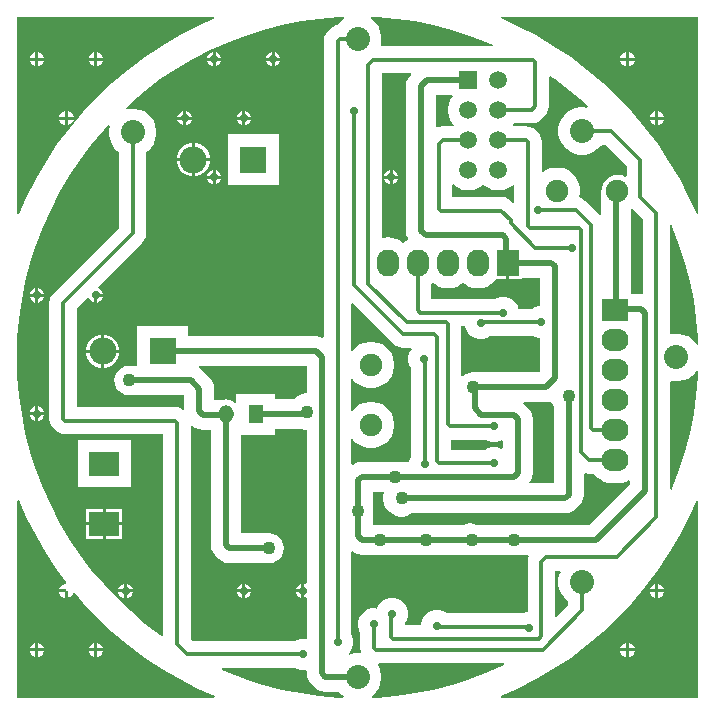
<source format=gbl>
G04*
G04 #@! TF.GenerationSoftware,Altium Limited,Altium Designer,21.0.9 (235)*
G04*
G04 Layer_Physical_Order=2*
G04 Layer_Color=16711680*
%FSTAX24Y24*%
%MOIN*%
G70*
G04*
G04 #@! TF.SameCoordinates,013E48BC-1F52-4242-9F7F-A7329D5E5ACC*
G04*
G04*
G04 #@! TF.FilePolarity,Positive*
G04*
G01*
G75*
%ADD15C,0.0118*%
%ADD53C,0.0197*%
%ADD54R,0.0591X0.0591*%
%ADD55C,0.0591*%
%ADD56C,0.0900*%
%ADD57R,0.0900X0.0900*%
%ADD58R,0.0984X0.0787*%
%ADD59O,0.0900X0.0750*%
%ADD60R,0.0900X0.0750*%
%ADD61R,0.0512X0.0591*%
%ADD62O,0.0512X0.0591*%
%ADD63C,0.0800*%
%ADD64O,0.0750X0.0900*%
%ADD65R,0.0750X0.0900*%
%ADD66C,0.0750*%
%ADD67C,0.0276*%
%ADD68C,0.0433*%
G36*
X038887Y04274D02*
X039522Y042686D01*
X040152Y042597D01*
X040777Y042473D01*
X041394Y042314D01*
X042001Y04212D01*
X042596Y041893D01*
X04275Y041824D01*
X04274Y041776D01*
X039053D01*
X039017Y041826D01*
X039042Y041949D01*
Y042106D01*
X039011Y042259D01*
X038951Y042404D01*
X038865Y042534D01*
X038754Y042644D01*
X038677Y042696D01*
X038692Y042745D01*
X038887Y04274D01*
D02*
G37*
G36*
X044822Y040663D02*
X045331Y04028D01*
X045818Y039869D01*
X045923Y03977D01*
X045899Y039723D01*
X045809Y039741D01*
X045653D01*
X045499Y039711D01*
X045355Y039651D01*
X045225Y039564D01*
X045114Y039454D01*
X045027Y039324D01*
X044968Y039179D01*
X044937Y039026D01*
Y038869D01*
X044968Y038716D01*
X045027Y038572D01*
X045114Y038442D01*
X045225Y038331D01*
X045355Y038244D01*
X045499Y038184D01*
X045653Y038154D01*
X045809D01*
X045962Y038184D01*
X046107Y038244D01*
X046237Y038331D01*
X046347Y038442D01*
X04638Y038491D01*
X046503D01*
X047221Y037773D01*
Y037435D01*
X047176Y037413D01*
X047169Y037418D01*
X04705Y037468D01*
X046921Y037485D01*
X046793Y037468D01*
X046673Y037418D01*
X04657Y037339D01*
X046509Y037278D01*
X04643Y037175D01*
X046381Y037056D01*
X046364Y036927D01*
Y036164D01*
X046314Y036143D01*
X045835Y036622D01*
X04574Y036695D01*
X045631Y03674D01*
X045659Y036882D01*
Y037033D01*
X04563Y037182D01*
X045572Y037322D01*
X045488Y037448D01*
X045381Y037555D01*
X045255Y037639D01*
X045115Y037697D01*
X044966Y037726D01*
X044815D01*
X044667Y037697D01*
X044527Y037639D01*
X044434Y037577D01*
X044384Y037604D01*
Y038582D01*
X044384Y038582D01*
X044368Y038701D01*
X044323Y038811D01*
X04425Y038905D01*
X04425Y038905D01*
X044181Y038974D01*
X044086Y039047D01*
X043976Y039093D01*
X043858Y039108D01*
X043858Y039108D01*
X043461D01*
X043417Y039152D01*
X043461Y039195D01*
X044051D01*
X044051Y039195D01*
X044169Y03921D01*
X04428Y039256D01*
X044374Y039329D01*
X044486Y039441D01*
X044486Y039441D01*
X044559Y039535D01*
X044604Y039646D01*
X04462Y039764D01*
X04462Y039764D01*
Y040745D01*
X044664Y040769D01*
X044822Y040663D01*
D02*
G37*
G36*
X041426Y040109D02*
X041408Y040091D01*
X041332Y039978D01*
X04128Y039853D01*
X041254Y039719D01*
Y039584D01*
X04128Y039451D01*
X041332Y039325D01*
X041408Y039212D01*
X041469Y039152D01*
X041425Y039108D01*
X041093D01*
X041093Y039108D01*
X040975Y039093D01*
X040901Y039062D01*
X040851Y039095D01*
Y040155D01*
X041407D01*
X041426Y040109D01*
D02*
G37*
G36*
X042504Y037116D02*
X042617Y037041D01*
X042742Y036989D01*
X042875Y036963D01*
X043011D01*
X043144Y036989D01*
X043269Y037041D01*
X043382Y037116D01*
X043424Y037159D01*
X043471Y037139D01*
Y036562D01*
X043424Y036542D01*
X043354Y036612D01*
X04326Y036685D01*
X04315Y03673D01*
X043032Y036746D01*
X043031Y036746D01*
X041402D01*
Y037148D01*
X041452Y037169D01*
X041504Y037116D01*
X041617Y037041D01*
X041742Y036989D01*
X041875Y036963D01*
X042011D01*
X042144Y036989D01*
X042269Y037041D01*
X042382Y037116D01*
X042443Y037177D01*
X042504Y037116D01*
D02*
G37*
G36*
X049604Y036174D02*
X049554Y036163D01*
X049304Y036723D01*
X048988Y037335D01*
X048638Y037927D01*
X048256Y038499D01*
X047842Y039049D01*
X047398Y039575D01*
X046925Y040075D01*
X046425Y040548D01*
X045899Y040992D01*
X045349Y041406D01*
X044777Y041788D01*
X044185Y042138D01*
X043573Y042454D01*
X043013Y042704D01*
X043024Y042754D01*
X049604D01*
Y036174D01*
D02*
G37*
G36*
X033487Y042704D02*
X032927Y042454D01*
X032315Y042138D01*
X031723Y041788D01*
X031151Y041406D01*
X030601Y040992D01*
X030075Y040548D01*
X029575Y040075D01*
X029102Y039575D01*
X028658Y039049D01*
X028244Y038499D01*
X027862Y037927D01*
X027512Y037335D01*
X027196Y036723D01*
X026946Y036163D01*
X026896Y036174D01*
Y042754D01*
X033477D01*
X033487Y042704D01*
D02*
G37*
G36*
X040035Y040816D02*
X040003Y040784D01*
X039924Y040681D01*
X039875Y040562D01*
X039858Y040433D01*
Y03562D01*
X039875Y035492D01*
X039924Y035372D01*
X039928Y035368D01*
X039917Y035319D01*
X039821Y035267D01*
X03975Y035209D01*
X039679Y035267D01*
X039546Y035339D01*
X039401Y035383D01*
X03925Y035397D01*
X039109Y035384D01*
X039074Y035402D01*
X039059Y035412D01*
Y040862D01*
X040016D01*
X040035Y040816D01*
D02*
G37*
G36*
X0433Y034D02*
X043725D01*
Y034054D01*
X044326D01*
Y03312D01*
X044297D01*
X044162Y033084D01*
X044061Y033026D01*
X043605D01*
X043586Y033099D01*
X043516Y03322D01*
X043417Y033319D01*
X043296Y033389D01*
X043161Y033425D01*
X043021D01*
X042885Y033389D01*
X042819Y03335D01*
X040707D01*
Y033855D01*
X04075Y033891D01*
X040821Y033833D01*
X040954Y033761D01*
X041099Y033717D01*
X04125Y033703D01*
X041401Y033717D01*
X041546Y033761D01*
X041679Y033833D01*
X04175Y033891D01*
X041821Y033833D01*
X041954Y033761D01*
X042099Y033717D01*
X04225Y033703D01*
X042401Y033717D01*
X042546Y033761D01*
X042679Y033833D01*
X042796Y033929D01*
X042855Y034D01*
X0432D01*
Y03455D01*
X0433D01*
Y034D01*
D02*
G37*
G36*
X047752Y036021D02*
Y033531D01*
X047714Y033498D01*
X047709Y033498D01*
X047357D01*
Y036352D01*
X047403Y036371D01*
X047752Y036021D01*
D02*
G37*
G36*
X037819Y042696D02*
X037742Y042644D01*
X037632Y042534D01*
X037594Y042477D01*
X03753Y042469D01*
X03742Y042423D01*
X037325Y04235D01*
X037325Y04235D01*
X037256Y042281D01*
X037183Y042187D01*
X037138Y042077D01*
X037122Y041958D01*
X037122Y041958D01*
Y03208D01*
X037072Y032047D01*
X036993Y032079D01*
X036865Y032096D01*
X032594D01*
Y032444D01*
X030906D01*
Y031126D01*
X03064D01*
X030511Y031109D01*
X030392Y03106D01*
X030289Y030981D01*
X03021Y030878D01*
X03016Y030758D01*
X030143Y03063D01*
X03016Y030501D01*
X03021Y030382D01*
X030289Y030279D01*
X030392Y0302D01*
X030511Y03015D01*
X03064Y030134D01*
X032476D01*
Y029672D01*
X032431Y02965D01*
X032384Y029687D01*
X032273Y029732D01*
X032155Y029748D01*
X032155Y029748D01*
X028892D01*
Y033029D01*
X029249Y033386D01*
X029308Y033374D01*
X029326Y03333D01*
X029393Y033263D01*
X029478Y033228D01*
Y033465D01*
X029528D01*
Y033515D01*
X029764D01*
X029729Y033599D01*
X029662Y033666D01*
X029618Y033685D01*
X029606Y033744D01*
X031071Y035209D01*
X031071Y035209D01*
X031144Y035303D01*
X031189Y035413D01*
X031205Y035531D01*
X031205Y035531D01*
Y038248D01*
X031254Y038281D01*
X031365Y038392D01*
X031451Y038522D01*
X031511Y038666D01*
X031542Y038819D01*
Y038976D01*
X031511Y039129D01*
X031451Y039274D01*
X031365Y039404D01*
X031254Y039514D01*
X031124Y039601D01*
X03098Y039661D01*
X030826Y039691D01*
X03067D01*
X030539Y039665D01*
X030516Y039712D01*
X030682Y039869D01*
X031169Y04028D01*
X031678Y040663D01*
X032207Y041017D01*
X032756Y041341D01*
X033322Y041633D01*
X033904Y041893D01*
X034499Y04212D01*
X035106Y042314D01*
X035723Y042473D01*
X036348Y042597D01*
X036978Y042686D01*
X037613Y04274D01*
X037803Y042745D01*
X037819Y042696D01*
D02*
G37*
G36*
X048743Y035746D02*
X04897Y035151D01*
X049164Y034544D01*
X049323Y033927D01*
X049447Y033302D01*
X049536Y032672D01*
X04959Y032037D01*
X049595Y031843D01*
X049546Y031827D01*
X049494Y031904D01*
X049384Y032014D01*
X049254Y032101D01*
X049109Y032161D01*
X048956Y032191D01*
X0488D01*
X048704Y032172D01*
X048665Y032204D01*
Y035801D01*
X048714Y035811D01*
X048743Y035746D01*
D02*
G37*
G36*
X041867Y032344D02*
X041937Y032223D01*
X042036Y032124D01*
X042157Y032054D01*
X042292Y032018D01*
X042432D01*
X042567Y032054D01*
X042668Y032112D01*
X044129D01*
X044162Y032093D01*
X044297Y032057D01*
X044326D01*
Y030904D01*
X044326Y030904D01*
X0421D01*
X041971Y030887D01*
X041852Y030837D01*
X041757Y030764D01*
X041707Y030778D01*
Y032437D01*
X041842D01*
X041867Y032344D01*
D02*
G37*
G36*
X049595Y030952D02*
X04959Y030763D01*
X049536Y030128D01*
X049447Y029498D01*
X049323Y028873D01*
X049164Y028256D01*
X04897Y027649D01*
X048743Y027054D01*
X048714Y026989D01*
X048665Y026999D01*
Y030591D01*
X048704Y030623D01*
X0488Y030604D01*
X048956D01*
X049109Y030634D01*
X049254Y030694D01*
X049384Y030781D01*
X049494Y030892D01*
X049546Y030968D01*
X049595Y030952D01*
D02*
G37*
G36*
X039441Y031852D02*
X039441Y031852D01*
X039535Y03178D01*
X039646Y031734D01*
X039764Y031719D01*
X039764Y031719D01*
X040035D01*
X040054Y031672D01*
X040047Y031665D01*
X039977Y031544D01*
X039941Y031409D01*
Y031269D01*
X039977Y031134D01*
X04003Y031041D01*
Y028091D01*
X040007Y02805D01*
X039971Y027918D01*
X038383D01*
X038255Y027901D01*
X038135Y027851D01*
X03808Y027809D01*
X038035Y027831D01*
Y028675D01*
X038083Y028689D01*
X038103Y02866D01*
X03821Y028553D01*
X038336Y028469D01*
X038476Y028411D01*
X038624Y028381D01*
X038776D01*
X038924Y028411D01*
X039064Y028469D01*
X03919Y028553D01*
X039297Y02866D01*
X039381Y028786D01*
X039439Y028926D01*
X039469Y029074D01*
Y029226D01*
X039439Y029374D01*
X039381Y029514D01*
X039297Y02964D01*
X03919Y029747D01*
X039064Y029831D01*
X038924Y029889D01*
X038776Y029919D01*
X038624D01*
X038476Y029889D01*
X038336Y029831D01*
X03821Y029747D01*
X038103Y02964D01*
X038083Y029611D01*
X038035Y029625D01*
Y030675D01*
X038083Y030689D01*
X038103Y03066D01*
X03821Y030553D01*
X038336Y030469D01*
X038476Y030411D01*
X038624Y030381D01*
X038776D01*
X038924Y030411D01*
X039064Y030469D01*
X03919Y030553D01*
X039297Y03066D01*
X039381Y030786D01*
X039439Y030926D01*
X039469Y031074D01*
Y031226D01*
X039439Y031374D01*
X039381Y031514D01*
X039297Y03164D01*
X03919Y031747D01*
X039064Y031831D01*
X038924Y031889D01*
X038776Y031919D01*
X038624D01*
X038476Y031889D01*
X038336Y031831D01*
X03821Y031747D01*
X038103Y03164D01*
X038083Y031611D01*
X038035Y031625D01*
Y033192D01*
X038082Y033212D01*
X039441Y031852D01*
D02*
G37*
G36*
X036561Y030197D02*
X036505D01*
X036387Y030173D01*
X036276Y030127D01*
X036176Y030061D01*
X03612Y030005D01*
X0355D01*
Y030189D01*
X0342D01*
Y029908D01*
X034156Y029886D01*
X034098Y02993D01*
X033978Y029979D01*
X03385Y029996D01*
X03376Y029985D01*
X033469D01*
Y030354D01*
X033452Y030483D01*
X033402Y030603D01*
X033323Y030705D01*
X033048Y030981D01*
X032953Y031054D01*
X03296Y031104D01*
X036561D01*
Y030197D01*
D02*
G37*
G36*
X04259Y028613D02*
X042725Y028577D01*
X042865D01*
X043Y028613D01*
X043043Y028638D01*
X043086Y028613D01*
Y028368D01*
X043043Y028343D01*
X042998Y028369D01*
X042862Y028406D01*
X042723D01*
X042587Y028369D01*
X042503Y028321D01*
X041352D01*
Y028652D01*
X042523D01*
X04259Y028613D01*
D02*
G37*
G36*
X044699Y02992D02*
X044745Y029809D01*
X044789Y029743D01*
Y027199D01*
X044001D01*
X043978Y027244D01*
X044013Y027288D01*
X044062Y027408D01*
X044079Y027537D01*
Y02936D01*
X044062Y029488D01*
X044013Y029608D01*
X043934Y029711D01*
X043818Y029826D01*
X043773Y029861D01*
X04379Y029911D01*
X044531D01*
X04466Y029928D01*
X044674Y029934D01*
X044699Y02992D01*
D02*
G37*
G36*
X045854Y027533D02*
X045972Y027518D01*
X045972Y027518D01*
X046136D01*
X04621Y027428D01*
X046327Y027332D01*
X04646Y027261D01*
X046605Y027217D01*
X046756Y027202D01*
X046906D01*
X047056Y027217D01*
X047201Y027261D01*
X047286Y027306D01*
X047328Y02728D01*
Y027154D01*
X045976Y025801D01*
X043485D01*
X043461Y025805D01*
X04224D01*
X042126Y025852D01*
X041998Y025869D01*
X04187Y025852D01*
X041756Y025805D01*
X040557D01*
X040524Y025809D01*
X039062D01*
X039006Y025816D01*
X038764D01*
Y026925D01*
X039101D01*
X039121Y026895D01*
X039127Y026875D01*
X039104Y026763D01*
Y026643D01*
X039128Y026525D01*
X039174Y026414D01*
X039241Y026314D01*
X039326Y026229D01*
X039426Y026162D01*
X039537Y026116D01*
X039654Y026093D01*
X039775D01*
X039893Y026116D01*
X040004Y026162D01*
X04007Y026206D01*
X04517D01*
X045299Y026223D01*
X045418Y026273D01*
X045521Y026352D01*
X045636Y026467D01*
X045715Y02657D01*
X045765Y02669D01*
X045782Y026818D01*
Y027518D01*
X045823Y027546D01*
X045854Y027533D01*
D02*
G37*
G36*
X032737Y029137D02*
X03284Y029058D01*
X032959Y029009D01*
X033088Y028992D01*
X033354D01*
Y025155D01*
X033371Y025026D01*
X03342Y024906D01*
X033499Y024804D01*
X033614Y024688D01*
X033717Y024609D01*
X033837Y02456D01*
X033965Y024543D01*
X035295D01*
X035424Y02456D01*
X035543Y024609D01*
X035646Y024688D01*
X035725Y024791D01*
X035775Y024911D01*
X035792Y025039D01*
X035775Y025168D01*
X035725Y025288D01*
X035646Y02539D01*
X035543Y025469D01*
X035424Y025519D01*
X035295Y025536D01*
X034346D01*
Y028811D01*
X0355D01*
Y029012D01*
X036358D01*
X036387Y029D01*
X036505Y028976D01*
X036561D01*
Y023874D01*
X036511Y023841D01*
X036467Y023859D01*
Y023622D01*
Y023385D01*
X036511Y023403D01*
X036561Y02337D01*
Y022054D01*
X036521Y022024D01*
X036507Y022028D01*
X036367D01*
X036232Y021991D01*
X036165Y021953D01*
X032748D01*
X032681Y02202D01*
Y029128D01*
X032727Y029147D01*
X032737Y029137D01*
D02*
G37*
G36*
X038135Y02489D02*
X038255Y02484D01*
X038383Y024824D01*
X038957D01*
X039013Y024816D01*
X040475D01*
X040532Y024809D01*
X040555Y024812D01*
X04195D01*
X042006Y024819D01*
X042062Y024812D01*
X043441D01*
X043465Y024809D01*
X043465Y024809D01*
X043927D01*
X043955Y024767D01*
X043929Y024705D01*
X043913Y024587D01*
X043913Y024587D01*
Y022913D01*
X043906D01*
X043771Y022877D01*
X043755Y022868D01*
X041219D01*
X041101Y022936D01*
X040966Y022972D01*
X040826D01*
X040691Y022936D01*
X040569Y022866D01*
X04047Y022767D01*
X0404Y022646D01*
X040364Y022511D01*
Y022474D01*
X039817D01*
Y022531D01*
X039885Y022649D01*
X039921Y022784D01*
Y022924D01*
X039885Y023059D01*
X039815Y023181D01*
X039716Y02328D01*
X039595Y02335D01*
X03946Y023386D01*
X03932D01*
X039185Y02335D01*
X039063Y02328D01*
X038964Y023181D01*
X038894Y023059D01*
X038885Y023025D01*
X038859Y023031D01*
X038719D01*
X038584Y022995D01*
X038463Y022925D01*
X038364Y022826D01*
X038294Y022705D01*
X038258Y02257D01*
Y02243D01*
X038294Y022295D01*
X038333Y022228D01*
Y021723D01*
X038333Y021723D01*
X038348Y021605D01*
X038356Y021586D01*
X038335Y021555D01*
X03832Y021541D01*
X03817D01*
X038017Y021511D01*
X037976Y021494D01*
X037947Y021536D01*
X038004Y021593D01*
X038074Y021714D01*
X03811Y021849D01*
Y021989D01*
X038074Y022124D01*
X038035Y022191D01*
Y02491D01*
X03808Y024932D01*
X038135Y02489D01*
D02*
G37*
G36*
X045012Y024246D02*
X04497Y024144D01*
X04494Y023991D01*
Y023834D01*
X04497Y023681D01*
X04503Y023536D01*
X045117Y023406D01*
X045227Y023296D01*
X045277Y023263D01*
Y023157D01*
X044873Y022753D01*
X044827Y022772D01*
Y024287D01*
X044985D01*
X045012Y024246D01*
D02*
G37*
G36*
X02998Y039106D02*
X029954Y038976D01*
Y038819D01*
X029985Y038666D01*
X030045Y038522D01*
X030132Y038392D01*
X030242Y038281D01*
X030291Y038248D01*
Y035721D01*
X028112Y033541D01*
X02804Y033447D01*
X027994Y033337D01*
X027978Y033219D01*
X027978Y033218D01*
Y029361D01*
X027978Y029361D01*
X027994Y029242D01*
X02804Y029132D01*
X028112Y029038D01*
X028181Y028968D01*
X028181Y028968D01*
X028276Y028896D01*
X028386Y02885D01*
X028504Y028835D01*
X028504Y028835D01*
X031768D01*
Y02213D01*
X031724Y022106D01*
X031678Y022137D01*
X031169Y02252D01*
X030682Y022931D01*
X030219Y023369D01*
X029781Y023832D01*
X02937Y024319D01*
X028987Y024828D01*
X028633Y025357D01*
X028309Y025906D01*
X028017Y026472D01*
X027757Y027054D01*
X02753Y027649D01*
X027336Y028256D01*
X027177Y028873D01*
X027053Y029498D01*
X026964Y030128D01*
X02691Y030763D01*
X026896Y03128D01*
Y03152D01*
X02691Y032037D01*
X026964Y032672D01*
X027053Y033302D01*
X027177Y033927D01*
X027336Y034544D01*
X02753Y035151D01*
X027757Y035746D01*
X028017Y036328D01*
X028309Y036894D01*
X028633Y037443D01*
X028987Y037972D01*
X02937Y038481D01*
X029781Y038968D01*
X029934Y03913D01*
X02998Y039106D01*
D02*
G37*
G36*
X036232Y021001D02*
X036367Y020965D01*
X036507D01*
X036521Y020968D01*
X036561Y020938D01*
Y020863D01*
X036578Y020734D01*
X036627Y020615D01*
X036706Y020512D01*
X036821Y020397D01*
X036924Y020318D01*
X037044Y020268D01*
X037172Y020251D01*
X037625D01*
X037632Y020242D01*
X037742Y020131D01*
X037784Y020103D01*
X037768Y020056D01*
X037613Y02006D01*
X036978Y020114D01*
X036348Y020203D01*
X035723Y020327D01*
X035106Y020486D01*
X034499Y02068D01*
X033904Y020907D01*
X033717Y020991D01*
X033727Y021039D01*
X036165D01*
X036232Y021001D01*
D02*
G37*
G36*
X043133Y021147D02*
X042596Y020907D01*
X042001Y02068D01*
X041394Y020486D01*
X040777Y020327D01*
X040152Y020203D01*
X039522Y020114D01*
X038887Y02006D01*
X038728Y020056D01*
X038712Y020103D01*
X038754Y020131D01*
X038865Y020242D01*
X038951Y020372D01*
X039011Y020516D01*
X039042Y020669D01*
Y020826D01*
X039011Y020979D01*
X038951Y021124D01*
X038932Y021153D01*
X038955Y021197D01*
X043122D01*
X043133Y021147D01*
D02*
G37*
G36*
X049604Y026627D02*
Y020046D01*
X043024D01*
X043013Y020096D01*
X043573Y020346D01*
X044185Y020662D01*
X044777Y021012D01*
X045349Y021394D01*
X045899Y021808D01*
X046425Y022252D01*
X046925Y022725D01*
X047398Y023225D01*
X047842Y023751D01*
X048256Y024301D01*
X048638Y024873D01*
X048988Y025465D01*
X049304Y026077D01*
X049554Y026637D01*
X049604Y026627D01*
D02*
G37*
G36*
X027196Y026077D02*
X027512Y025465D01*
X027862Y024873D01*
X028244Y024301D01*
X028542Y023905D01*
X02852Y02386D01*
X028496D01*
X028409Y023824D01*
X028342Y023757D01*
X028307Y023672D01*
X028543D01*
Y023622D01*
X028593D01*
Y023385D01*
X028678Y02342D01*
X028745Y023487D01*
X028768Y023543D01*
X028826Y023552D01*
X029102Y023225D01*
X029575Y022725D01*
X030075Y022252D01*
X030601Y021808D01*
X031151Y021394D01*
X031723Y021012D01*
X032315Y020662D01*
X032927Y020346D01*
X033487Y020096D01*
X033477Y020046D01*
X026896D01*
Y026627D01*
X026946Y026637D01*
X027196Y026077D01*
D02*
G37*
%LPC*%
G36*
X047294Y041575D02*
Y041389D01*
X047481D01*
X047446Y041473D01*
X047379Y04154D01*
X047294Y041575D01*
D02*
G37*
G36*
X047194D02*
X047109Y04154D01*
X047042Y041473D01*
X047007Y041389D01*
X047194D01*
Y041575D01*
D02*
G37*
G36*
X047481Y041289D02*
X047294D01*
Y041102D01*
X047379Y041137D01*
X047446Y041204D01*
X047481Y041289D01*
D02*
G37*
G36*
X047194D02*
X047007D01*
X047042Y041204D01*
X047109Y041137D01*
X047194Y041102D01*
Y041289D01*
D02*
G37*
G36*
X048278Y039607D02*
Y03942D01*
X048465D01*
X04843Y039505D01*
X048363Y039572D01*
X048278Y039607D01*
D02*
G37*
G36*
X048178D02*
X048094Y039572D01*
X048027Y039505D01*
X047992Y03942D01*
X048178D01*
Y039607D01*
D02*
G37*
G36*
X048465Y03932D02*
X048278D01*
Y039133D01*
X048363Y039168D01*
X04843Y039235D01*
X048465Y03932D01*
D02*
G37*
G36*
X048178D02*
X047992D01*
X048027Y039235D01*
X048094Y039168D01*
X048178Y039133D01*
Y03932D01*
D02*
G37*
G36*
X029578Y041575D02*
Y041389D01*
X029764D01*
X029729Y041473D01*
X029662Y04154D01*
X029578Y041575D01*
D02*
G37*
G36*
X029478D02*
X029393Y04154D01*
X029326Y041473D01*
X029291Y041389D01*
X029478D01*
Y041575D01*
D02*
G37*
G36*
X027609D02*
Y041389D01*
X027796D01*
X027761Y041473D01*
X027694Y04154D01*
X027609Y041575D01*
D02*
G37*
G36*
X027509D02*
X027424Y04154D01*
X027357Y041473D01*
X027322Y041389D01*
X027509D01*
Y041575D01*
D02*
G37*
G36*
X029764Y041289D02*
X029578D01*
Y041102D01*
X029662Y041137D01*
X029729Y041204D01*
X029764Y041289D01*
D02*
G37*
G36*
X029478D02*
X029291D01*
X029326Y041204D01*
X029393Y041137D01*
X029478Y041102D01*
Y041289D01*
D02*
G37*
G36*
X027796D02*
X027609D01*
Y041102D01*
X027694Y041137D01*
X027761Y041204D01*
X027796Y041289D01*
D02*
G37*
G36*
X027509D02*
X027322D01*
X027357Y041204D01*
X027424Y041137D01*
X027509Y041102D01*
Y041289D01*
D02*
G37*
G36*
X028593Y039607D02*
Y03942D01*
X02878D01*
X028745Y039505D01*
X028678Y039572D01*
X028593Y039607D01*
D02*
G37*
G36*
X028493D02*
X028409Y039572D01*
X028342Y039505D01*
X028307Y03942D01*
X028493D01*
Y039607D01*
D02*
G37*
G36*
X02878Y03932D02*
X028593D01*
Y039133D01*
X028678Y039168D01*
X028745Y039235D01*
X02878Y03932D01*
D02*
G37*
G36*
X028493D02*
X028307D01*
X028342Y039235D01*
X028409Y039168D01*
X028493Y039133D01*
Y03932D01*
D02*
G37*
G36*
X03942Y037638D02*
Y037452D01*
X039607D01*
X039572Y037536D01*
X039505Y037603D01*
X03942Y037638D01*
D02*
G37*
G36*
X03932D02*
X039235Y037603D01*
X039168Y037536D01*
X039133Y037452D01*
X03932D01*
Y037638D01*
D02*
G37*
G36*
X039607Y037352D02*
X03942D01*
Y037165D01*
X039505Y0372D01*
X039572Y037267D01*
X039607Y037352D01*
D02*
G37*
G36*
X03932D02*
X039133D01*
X039168Y037267D01*
X039235Y0372D01*
X03932Y037165D01*
Y037352D01*
D02*
G37*
G36*
X035483Y041575D02*
Y041389D01*
X03567D01*
X035635Y041473D01*
X035568Y04154D01*
X035483Y041575D01*
D02*
G37*
G36*
X035383D02*
X035298Y04154D01*
X035231Y041473D01*
X035196Y041389D01*
X035383D01*
Y041575D01*
D02*
G37*
G36*
X033515D02*
Y041389D01*
X033701D01*
X033666Y041473D01*
X033599Y04154D01*
X033515Y041575D01*
D02*
G37*
G36*
X033415D02*
X03333Y04154D01*
X033263Y041473D01*
X033228Y041389D01*
X033415D01*
Y041575D01*
D02*
G37*
G36*
X03567Y041289D02*
X035483D01*
Y041102D01*
X035568Y041137D01*
X035635Y041204D01*
X03567Y041289D01*
D02*
G37*
G36*
X035383D02*
X035196D01*
X035231Y041204D01*
X035298Y041137D01*
X035383Y041102D01*
Y041289D01*
D02*
G37*
G36*
X033701D02*
X033515D01*
Y041102D01*
X033599Y041137D01*
X033666Y041204D01*
X033701Y041289D01*
D02*
G37*
G36*
X033415D02*
X033228D01*
X033263Y041204D01*
X03333Y041137D01*
X033415Y041102D01*
Y041289D01*
D02*
G37*
G36*
X034499Y039607D02*
Y03942D01*
X034685D01*
X03465Y039505D01*
X034584Y039572D01*
X034499Y039607D01*
D02*
G37*
G36*
X034399D02*
X034314Y039572D01*
X034247Y039505D01*
X034212Y03942D01*
X034399D01*
Y039607D01*
D02*
G37*
G36*
X03253D02*
Y03942D01*
X032717D01*
X032682Y039505D01*
X032615Y039572D01*
X03253Y039607D01*
D02*
G37*
G36*
X03243D02*
X032346Y039572D01*
X032279Y039505D01*
X032244Y03942D01*
X03243D01*
Y039607D01*
D02*
G37*
G36*
X034685Y03932D02*
X034499D01*
Y039133D01*
X034584Y039168D01*
X03465Y039235D01*
X034685Y03932D01*
D02*
G37*
G36*
X034399D02*
X034212D01*
X034247Y039235D01*
X034314Y039168D01*
X034399Y039133D01*
Y03932D01*
D02*
G37*
G36*
X032717D02*
X03253D01*
Y039133D01*
X032615Y039168D01*
X032682Y039235D01*
X032717Y03932D01*
D02*
G37*
G36*
X03243D02*
X032244D01*
X032279Y039235D01*
X032346Y039168D01*
X03243Y039133D01*
Y03932D01*
D02*
G37*
G36*
X032846Y038542D02*
X032824D01*
Y038042D01*
X033324D01*
Y038065D01*
X033286Y038204D01*
X033214Y03833D01*
X033111Y038432D01*
X032986Y038505D01*
X032846Y038542D01*
D02*
G37*
G36*
X032724D02*
X032701D01*
X032561Y038505D01*
X032436Y038432D01*
X032334Y03833D01*
X032261Y038204D01*
X032224Y038065D01*
Y038042D01*
X032724D01*
Y038542D01*
D02*
G37*
G36*
X033515Y037638D02*
Y037452D01*
X033701D01*
X033666Y037536D01*
X033599Y037603D01*
X033515Y037638D01*
D02*
G37*
G36*
X033415D02*
X03333Y037603D01*
X033263Y037536D01*
X033228Y037452D01*
X033415D01*
Y037638D01*
D02*
G37*
G36*
X033324Y037942D02*
X032824D01*
Y037442D01*
X032846D01*
X032986Y03748D01*
X033111Y037552D01*
X033214Y037654D01*
X033286Y03778D01*
X033324Y03792D01*
Y037942D01*
D02*
G37*
G36*
X032724D02*
X032224D01*
Y03792D01*
X032261Y03778D01*
X032334Y037654D01*
X032436Y037552D01*
X032561Y03748D01*
X032701Y037442D01*
X032724D01*
Y037942D01*
D02*
G37*
G36*
X033701Y037352D02*
X033515D01*
Y037165D01*
X033599Y0372D01*
X033666Y037267D01*
X033701Y037352D01*
D02*
G37*
G36*
X033415D02*
X033228D01*
X033263Y037267D01*
X03333Y0372D01*
X033415Y037165D01*
Y037352D01*
D02*
G37*
G36*
X035617Y038836D02*
X03393D01*
Y037148D01*
X035617D01*
Y038836D01*
D02*
G37*
G36*
X029764Y033415D02*
X029578D01*
Y033228D01*
X029662Y033263D01*
X029729Y03333D01*
X029764Y033415D01*
D02*
G37*
G36*
X029822Y03215D02*
X0298D01*
Y03165D01*
X0303D01*
Y031672D01*
X030263Y031812D01*
X03019Y031938D01*
X030088Y03204D01*
X029962Y032113D01*
X029822Y03215D01*
D02*
G37*
G36*
X0297D02*
X029678D01*
X029538Y032113D01*
X029412Y03204D01*
X02931Y031938D01*
X029237Y031812D01*
X0292Y031672D01*
Y03165D01*
X0297D01*
Y03215D01*
D02*
G37*
G36*
X0303Y03155D02*
X0298D01*
Y03105D01*
X029822D01*
X029962Y031087D01*
X030088Y03116D01*
X03019Y031262D01*
X030263Y031388D01*
X0303Y031528D01*
Y03155D01*
D02*
G37*
G36*
X0297D02*
X0292D01*
Y031528D01*
X029237Y031388D01*
X02931Y031262D01*
X029412Y03116D01*
X029538Y031087D01*
X029678Y03105D01*
X0297D01*
Y03155D01*
D02*
G37*
G36*
X036367Y023859D02*
X036283Y023824D01*
X036216Y023757D01*
X036181Y023672D01*
X036367D01*
Y023859D01*
D02*
G37*
G36*
X034499D02*
Y023672D01*
X034685D01*
X03465Y023757D01*
X034584Y023824D01*
X034499Y023859D01*
D02*
G37*
G36*
X034399D02*
X034314Y023824D01*
X034247Y023757D01*
X034212Y023672D01*
X034399D01*
Y023859D01*
D02*
G37*
G36*
X036367Y023572D02*
X036181D01*
X036216Y023487D01*
X036283Y02342D01*
X036367Y023385D01*
Y023572D01*
D02*
G37*
G36*
X034685D02*
X034499D01*
Y023385D01*
X034584Y02342D01*
X03465Y023487D01*
X034685Y023572D01*
D02*
G37*
G36*
X034399D02*
X034212D01*
X034247Y023487D01*
X034314Y02342D01*
X034399Y023385D01*
Y023572D01*
D02*
G37*
G36*
X027609Y033701D02*
Y033515D01*
X027796D01*
X027761Y033599D01*
X027694Y033666D01*
X027609Y033701D01*
D02*
G37*
G36*
X027509D02*
X027424Y033666D01*
X027357Y033599D01*
X027322Y033515D01*
X027509D01*
Y033701D01*
D02*
G37*
G36*
X027796Y033415D02*
X027609D01*
Y033228D01*
X027694Y033263D01*
X027761Y03333D01*
X027796Y033415D01*
D02*
G37*
G36*
X027509D02*
X027322D01*
X027357Y03333D01*
X027424Y033263D01*
X027509Y033228D01*
Y033415D01*
D02*
G37*
G36*
X027609Y029764D02*
Y029578D01*
X027796D01*
X027761Y029662D01*
X027694Y029729D01*
X027609Y029764D01*
D02*
G37*
G36*
X027509D02*
X027424Y029729D01*
X027357Y029662D01*
X027322Y029578D01*
X027509D01*
Y029764D01*
D02*
G37*
G36*
X027796Y029478D02*
X027609D01*
Y029291D01*
X027694Y029326D01*
X027761Y029393D01*
X027796Y029478D01*
D02*
G37*
G36*
X027509D02*
X027322D01*
X027357Y029393D01*
X027424Y029326D01*
X027509Y029291D01*
Y029478D01*
D02*
G37*
G36*
X030686Y028637D02*
X028914D01*
Y027063D01*
X030686D01*
Y028637D01*
D02*
G37*
G36*
X030392Y026344D02*
X02985D01*
Y0259D01*
X030392D01*
Y026344D01*
D02*
G37*
G36*
X02975D02*
X029208D01*
Y0259D01*
X02975D01*
Y026344D01*
D02*
G37*
G36*
X030392Y0258D02*
X02985D01*
Y025356D01*
X030392D01*
Y0258D01*
D02*
G37*
G36*
X02975D02*
X029208D01*
Y025356D01*
X02975D01*
Y0258D01*
D02*
G37*
G36*
X030562Y023859D02*
Y023672D01*
X030748D01*
X030713Y023757D01*
X030647Y023824D01*
X030562Y023859D01*
D02*
G37*
G36*
X030462D02*
X030377Y023824D01*
X03031Y023757D01*
X030275Y023672D01*
X030462D01*
Y023859D01*
D02*
G37*
G36*
X030748Y023572D02*
X030562D01*
Y023385D01*
X030647Y02342D01*
X030713Y023487D01*
X030748Y023572D01*
D02*
G37*
G36*
X030462D02*
X030275D01*
X03031Y023487D01*
X030377Y02342D01*
X030462Y023385D01*
Y023572D01*
D02*
G37*
G36*
X048278Y023859D02*
Y023672D01*
X048465D01*
X04843Y023757D01*
X048363Y023824D01*
X048278Y023859D01*
D02*
G37*
G36*
X048178D02*
X048094Y023824D01*
X048027Y023757D01*
X047992Y023672D01*
X048178D01*
Y023859D01*
D02*
G37*
G36*
X048465Y023572D02*
X048278D01*
Y023385D01*
X048363Y02342D01*
X04843Y023487D01*
X048465Y023572D01*
D02*
G37*
G36*
X048178D02*
X047992D01*
X048027Y023487D01*
X048094Y02342D01*
X048178Y023385D01*
Y023572D01*
D02*
G37*
G36*
X047294Y02189D02*
Y021704D01*
X047481D01*
X047446Y021788D01*
X047379Y021855D01*
X047294Y02189D01*
D02*
G37*
G36*
X047194D02*
X047109Y021855D01*
X047042Y021788D01*
X047007Y021704D01*
X047194D01*
Y02189D01*
D02*
G37*
G36*
X047481Y021604D02*
X047294D01*
Y021417D01*
X047379Y021452D01*
X047446Y021519D01*
X047481Y021604D01*
D02*
G37*
G36*
X047194D02*
X047007D01*
X047042Y021519D01*
X047109Y021452D01*
X047194Y021417D01*
Y021604D01*
D02*
G37*
G36*
X028493Y023572D02*
X028307D01*
X028342Y023487D01*
X028409Y02342D01*
X028493Y023385D01*
Y023572D01*
D02*
G37*
G36*
X029578Y02189D02*
Y021704D01*
X029764D01*
X029729Y021788D01*
X029662Y021855D01*
X029578Y02189D01*
D02*
G37*
G36*
X029478D02*
X029393Y021855D01*
X029326Y021788D01*
X029291Y021704D01*
X029478D01*
Y02189D01*
D02*
G37*
G36*
X027609D02*
Y021704D01*
X027796D01*
X027761Y021788D01*
X027694Y021855D01*
X027609Y02189D01*
D02*
G37*
G36*
X027509D02*
X027424Y021855D01*
X027357Y021788D01*
X027322Y021704D01*
X027509D01*
Y02189D01*
D02*
G37*
G36*
X029764Y021604D02*
X029578D01*
Y021417D01*
X029662Y021452D01*
X029729Y021519D01*
X029764Y021604D01*
D02*
G37*
G36*
X029478D02*
X029291D01*
X029326Y021519D01*
X029393Y021452D01*
X029478Y021417D01*
Y021604D01*
D02*
G37*
G36*
X027796D02*
X027609D01*
Y021417D01*
X027694Y021452D01*
X027761Y021519D01*
X027796Y021604D01*
D02*
G37*
G36*
X027509D02*
X027322D01*
X027357Y021519D01*
X027424Y021452D01*
X027509Y021417D01*
Y021604D01*
D02*
G37*
%LPD*%
D15*
X040896Y027933D02*
Y032077D01*
X040797Y032175D02*
X040896Y032077D01*
X039764Y032175D02*
X040797D01*
X03813Y033809D02*
X039764Y032175D01*
X038602Y033848D02*
X039882Y032569D01*
X041181D02*
X04125Y0325D01*
X039882Y032569D02*
X041181D01*
X04125Y029183D02*
Y0325D01*
X03813Y033809D02*
Y039616D01*
X037579Y041958D02*
X037648Y042028D01*
X037579Y021919D02*
Y041958D01*
X037648Y042028D02*
X038248D01*
X042783Y027864D02*
X042793Y027874D01*
X040965Y027864D02*
X042783D01*
X040472Y031339D02*
X040487Y031324D01*
Y027859D02*
Y031324D01*
Y027859D02*
X040502Y027844D01*
X044094Y041319D02*
X044163Y04125D01*
X03877Y041319D02*
X044094D01*
X044163Y039764D02*
Y04125D01*
X038602Y041152D02*
X03877Y041319D01*
X038602Y033848D02*
Y041152D01*
X043356Y035866D02*
Y035965D01*
X044163Y035059D02*
X045394D01*
X043356Y035866D02*
X044163Y035059D01*
X040945Y036359D02*
X041014Y036289D01*
X043032D01*
X040945Y036359D02*
Y038504D01*
X041093Y038652D02*
X041943D01*
X040945Y038504D02*
X041093Y038652D01*
X043032Y036289D02*
X043356Y035965D01*
X043927Y035778D02*
Y038582D01*
X043858Y038652D02*
X043927Y038582D01*
Y035778D02*
X043996Y035709D01*
X045639D01*
X042943Y038652D02*
X043858D01*
X045512Y036299D02*
X046014Y035797D01*
X044272Y036299D02*
X045512D01*
X045709Y028238D02*
Y035639D01*
X045639Y035709D02*
X045709Y035639D01*
X044051Y039652D02*
X044163Y039764D01*
X042943Y039652D02*
X044051D01*
X046014Y029061D02*
Y035797D01*
X038859Y021654D02*
X044419D01*
X038789Y021723D02*
Y0225D01*
Y021723D02*
X038859Y021654D01*
X032224Y021831D02*
X032559Y021496D01*
X036437D01*
X032224Y021831D02*
Y029222D01*
X028435Y029361D02*
Y033219D01*
X032155Y029291D02*
X032224Y029222D01*
X028504Y029291D02*
X032155D01*
X028435Y029361D02*
X028504Y029291D01*
X028435Y033219D02*
X030748Y035531D01*
Y038898D01*
X043947Y022411D02*
X043976Y022382D01*
X040925Y022411D02*
X043947D01*
X040896Y022441D02*
X040925Y022411D01*
X044291Y022018D02*
X04437Y022096D01*
X039429Y022018D02*
X044291D01*
X04437Y022096D02*
Y024587D01*
X046692Y038948D02*
X047677Y037963D01*
Y036742D02*
X048209Y036211D01*
X047677Y036742D02*
Y037963D01*
X048209Y026063D02*
Y036211D01*
X045731Y038948D02*
X046692D01*
X04689Y024744D02*
X048209Y026063D01*
X044528Y024744D02*
X04689D01*
X04437Y024587D02*
X044528Y024744D01*
X03936Y022087D02*
X039429Y022018D01*
X03936Y022087D02*
Y022825D01*
X03939Y022854D01*
X044419Y021654D02*
X045733Y022968D01*
Y023912D01*
X046014Y029061D02*
X046101Y028974D01*
X046831D01*
X045972Y027974D02*
X046831D01*
X045709Y028238D02*
X045972Y027974D01*
X040896Y027933D02*
X040965Y027864D01*
X042382Y032569D02*
X044348D01*
X042362Y032549D02*
X042382Y032569D01*
X044348D02*
X044367Y032589D01*
X04025Y032963D02*
Y03455D01*
Y032963D02*
X040319Y032894D01*
X043091D01*
X04125Y029183D02*
X041325Y029108D01*
X042795D01*
D53*
X04517Y026703D02*
X045285Y026818D01*
Y030098D01*
X039715Y026703D02*
X04517D01*
X038383Y027421D02*
X043467D01*
X043583Y027537D02*
Y02936D01*
X043467Y027421D02*
X043583Y027537D01*
X042365Y029475D02*
X043467D01*
X043583Y02936D01*
X042145Y029696D02*
X042365Y029475D01*
X042145Y029696D02*
Y030362D01*
X038268Y025435D02*
Y027306D01*
Y025435D02*
X038383Y02532D01*
X039006D01*
X038268Y027306D02*
X038383Y027421D01*
X0421Y030407D02*
X042145Y030362D01*
X040354Y03562D02*
X040512Y035463D01*
X043093D01*
X040354Y03562D02*
Y040433D01*
X043093Y035463D02*
X043209Y035347D01*
Y034591D02*
Y035347D01*
X040354Y040433D02*
X040573Y040652D01*
X041943D01*
X043209Y034591D02*
X04325Y03455D01*
X039013Y025312D02*
Y025312D01*
X04686Y036927D02*
X046921Y036988D01*
X046858Y033002D02*
X04686Y033004D01*
Y036927D01*
X043461Y025308D02*
X043465Y025305D01*
X041998Y025372D02*
X042062Y025308D01*
X043461D01*
X043465Y025305D02*
X046181D01*
X047825Y026949D01*
X04195Y025308D02*
X041998Y025356D01*
Y025372D01*
X040548Y025308D02*
X04195D01*
X039013Y025312D02*
X040524D01*
X040532Y025305D01*
X046831Y032974D02*
X046858Y033002D01*
X047709D01*
X047825Y026949D02*
Y032887D01*
X047709Y033002D02*
X047825Y032887D01*
X03385Y025155D02*
X033965Y025039D01*
X03385Y025155D02*
Y0295D01*
X033965Y025039D02*
X035295D01*
X0421Y030407D02*
X044531D01*
X044823Y030699D02*
Y034435D01*
X044531Y030407D02*
X044823Y030699D01*
X044708Y03455D02*
X044823Y034435D01*
X04325Y03455D02*
X044708D01*
X033088Y029488D02*
X033838D01*
X032972Y029604D02*
Y030354D01*
X033838Y029488D02*
X03385Y0295D01*
X032972Y029604D02*
X033088Y029488D01*
X032697Y03063D02*
X032972Y030354D01*
X03064Y03063D02*
X032697D01*
X037057Y020863D02*
X037172Y020748D01*
X036865Y0316D02*
X037057Y031407D01*
X037172Y020748D02*
X038248D01*
X037057Y020863D02*
Y031407D01*
X03175Y0316D02*
X036865D01*
X034858Y029508D02*
X036423D01*
X036501Y029587D02*
X036565D01*
X036423Y029508D02*
X036501Y029587D01*
X03485Y0295D02*
X034858Y029508D01*
D54*
X041943Y040652D02*
D03*
D55*
X042943D02*
D03*
X041943Y039652D02*
D03*
X042943D02*
D03*
X041943Y038652D02*
D03*
X042943D02*
D03*
X041943Y037652D02*
D03*
X042943D02*
D03*
D56*
X032774Y037992D02*
D03*
X02975Y0316D02*
D03*
D57*
X034774Y037992D02*
D03*
X03175Y0316D02*
D03*
D58*
X0298Y02785D02*
D03*
Y02585D02*
D03*
D59*
X046831Y027974D02*
D03*
Y029974D02*
D03*
Y030974D02*
D03*
Y031974D02*
D03*
Y028974D02*
D03*
D60*
Y032974D02*
D03*
D61*
X03485Y0295D02*
D03*
D62*
X03385D02*
D03*
D63*
X038248Y020748D02*
D03*
X030748Y038898D02*
D03*
X038248Y042028D02*
D03*
X045731Y038948D02*
D03*
X048878Y031398D02*
D03*
X045733Y023912D02*
D03*
D64*
X03925Y03455D02*
D03*
X04225D02*
D03*
X04125D02*
D03*
X04025D02*
D03*
D65*
X04325D02*
D03*
D66*
X046891Y036958D02*
D03*
X044891D02*
D03*
X0387Y02915D02*
D03*
Y03115D02*
D03*
D67*
X03937Y037402D02*
D03*
X035433Y041339D02*
D03*
X036417Y023622D02*
D03*
X033465Y041339D02*
D03*
X034449Y03937D02*
D03*
X033465Y037402D02*
D03*
X034449Y023622D02*
D03*
X03248Y03937D02*
D03*
X029528Y033465D02*
D03*
X030512Y023622D02*
D03*
X027559Y033465D02*
D03*
Y029528D02*
D03*
X03813Y039616D02*
D03*
X037579Y021919D02*
D03*
X042793Y027874D02*
D03*
X040502Y027844D02*
D03*
X045394Y035059D02*
D03*
X044272Y036299D02*
D03*
X038789Y0225D02*
D03*
X036437Y021496D02*
D03*
X043976Y022382D02*
D03*
X040896Y022441D02*
D03*
X03939Y022854D02*
D03*
X044367Y032589D02*
D03*
X042362Y032549D02*
D03*
X043091Y032894D02*
D03*
X042795Y029108D02*
D03*
X040472Y031339D02*
D03*
D68*
X039508Y027421D02*
D03*
X038268Y02627D02*
D03*
X043465Y025305D02*
D03*
X042059Y025311D02*
D03*
X039006Y02532D02*
D03*
X040532Y025305D02*
D03*
X039715Y026703D02*
D03*
X035295Y025039D02*
D03*
X03064Y03063D02*
D03*
X036565Y029587D02*
D03*
X045285Y030098D02*
D03*
X0421Y030407D02*
D03*
M02*

</source>
